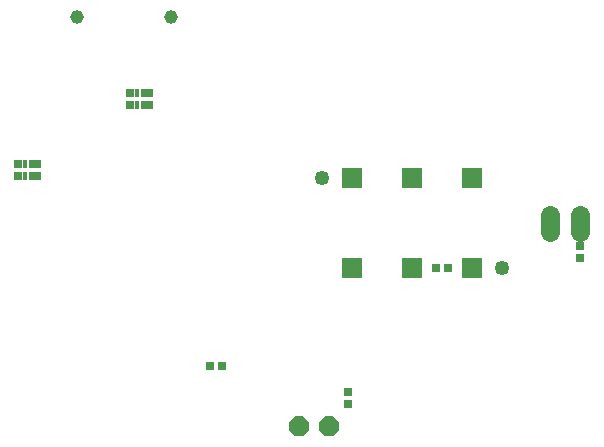
<source format=gbr>
G04 EAGLE Gerber RS-274X export*
G75*
%MOMM*%
%FSLAX34Y34*%
%LPD*%
%INSoldermask Bottom*%
%IPPOS*%
%AMOC8*
5,1,8,0,0,1.08239X$1,22.5*%
G01*
%ADD10R,1.662000X1.662000*%
%ADD11C,1.252400*%
%ADD12C,1.152400*%
%ADD13R,0.650241X0.652400*%
%ADD14R,0.452400X0.652400*%
%ADD15R,0.652400X0.752400*%
%ADD16P,1.814519X8X202.500000*%
%ADD17R,0.752400X0.652400*%
%ADD18C,1.574800*%


D10*
X289560Y144780D03*
X340360Y144780D03*
X340360Y220980D03*
X289560Y220980D03*
X391160Y144780D03*
X391160Y220980D03*
D11*
X416560Y144780D03*
X264160Y220980D03*
D12*
X136466Y357730D03*
X56466Y357730D03*
D13*
X117739Y283544D03*
D14*
X112228Y283544D03*
X107228Y283544D03*
D13*
X101717Y283544D03*
X101717Y293544D03*
D14*
X107228Y293544D03*
X112228Y293544D03*
D13*
X117739Y293544D03*
X22743Y223346D03*
D14*
X17232Y223346D03*
X12232Y223346D03*
D13*
X6721Y223346D03*
X6721Y233346D03*
D14*
X12232Y233346D03*
X17232Y233346D03*
D13*
X22743Y233346D03*
D15*
X360252Y144780D03*
X370252Y144780D03*
D16*
X270256Y11684D03*
X244856Y11684D03*
D17*
X286004Y40052D03*
X286004Y30052D03*
D18*
X457200Y175768D02*
X457200Y189992D01*
X482600Y189992D02*
X482600Y175768D01*
D17*
X482600Y154004D03*
X482600Y164004D03*
D15*
X168990Y62230D03*
X178990Y62230D03*
M02*

</source>
